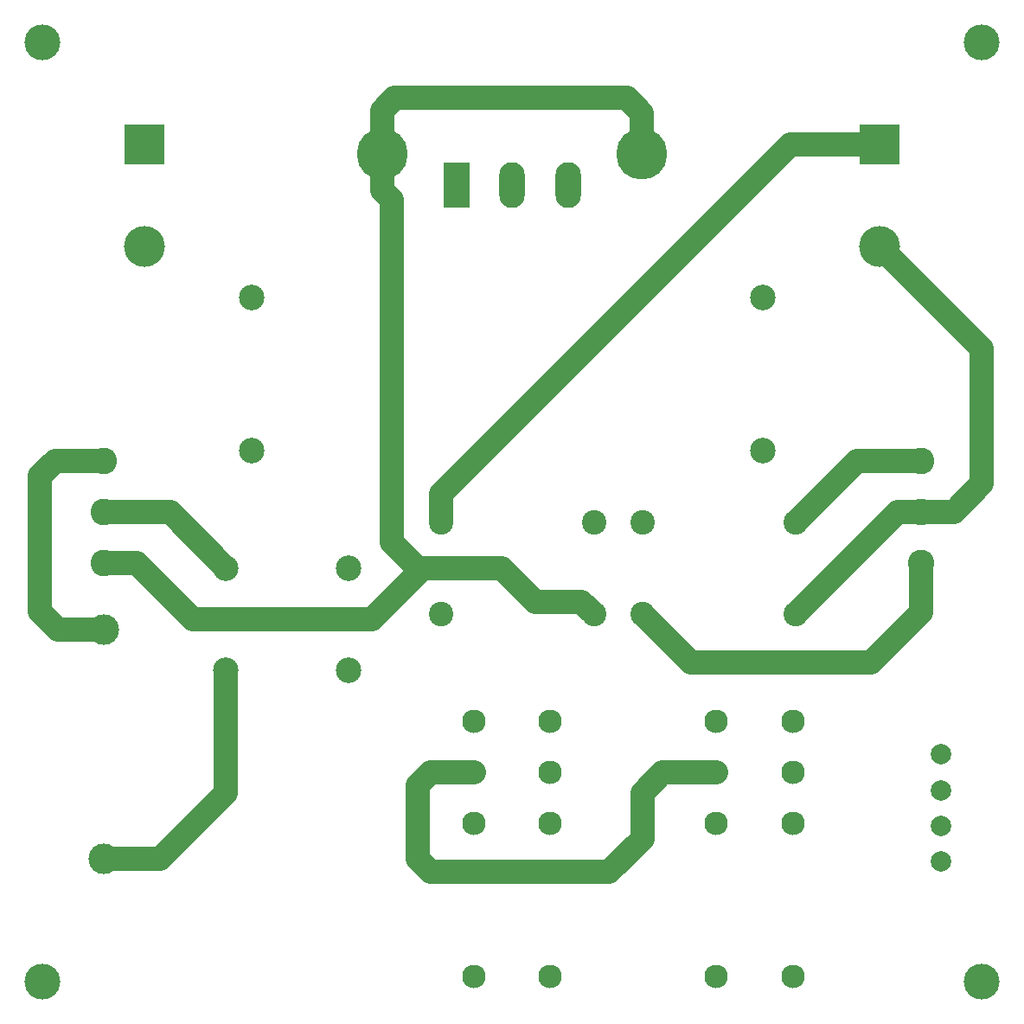
<source format=gbr>
G04 #@! TF.GenerationSoftware,KiCad,Pcbnew,5.0.2-bee76a0~70~ubuntu18.04.1*
G04 #@! TF.CreationDate,2019-01-25T00:46:31-08:00*
G04 #@! TF.ProjectId,power,706f7765-722e-46b6-9963-61645f706362,rev?*
G04 #@! TF.SameCoordinates,Original*
G04 #@! TF.FileFunction,Copper,L2,Bot*
G04 #@! TF.FilePolarity,Positive*
%FSLAX46Y46*%
G04 Gerber Fmt 4.6, Leading zero omitted, Abs format (unit mm)*
G04 Created by KiCad (PCBNEW 5.0.2-bee76a0~70~ubuntu18.04.1) date Fri 25 Jan 2019 12:46:31 AM PST*
%MOMM*%
%LPD*%
G01*
G04 APERTURE LIST*
G04 #@! TA.AperFunction,ComponentPad*
%ADD10R,2.500000X4.500000*%
G04 #@! TD*
G04 #@! TA.AperFunction,ComponentPad*
%ADD11O,2.500000X4.500000*%
G04 #@! TD*
G04 #@! TA.AperFunction,ComponentPad*
%ADD12C,3.000000*%
G04 #@! TD*
G04 #@! TA.AperFunction,ComponentPad*
%ADD13C,5.000000*%
G04 #@! TD*
G04 #@! TA.AperFunction,ComponentPad*
%ADD14C,2.300000*%
G04 #@! TD*
G04 #@! TA.AperFunction,ComponentPad*
%ADD15R,4.000000X4.000000*%
G04 #@! TD*
G04 #@! TA.AperFunction,ComponentPad*
%ADD16C,4.000000*%
G04 #@! TD*
G04 #@! TA.AperFunction,ComponentPad*
%ADD17C,2.500000*%
G04 #@! TD*
G04 #@! TA.AperFunction,ComponentPad*
%ADD18C,2.400000*%
G04 #@! TD*
G04 #@! TA.AperFunction,ComponentPad*
%ADD19C,2.600000*%
G04 #@! TD*
G04 #@! TA.AperFunction,ComponentPad*
%ADD20C,2.000000*%
G04 #@! TD*
G04 #@! TA.AperFunction,WasherPad*
%ADD21C,3.500000*%
G04 #@! TD*
G04 #@! TA.AperFunction,Conductor*
%ADD22C,2.400000*%
G04 #@! TD*
G04 APERTURE END LIST*
D10*
G04 #@! TO.P,D1001,1*
G04 #@! TO.N,/VOUT+*
X144550000Y-68000000D03*
D11*
G04 #@! TO.P,D1001,2*
G04 #@! TO.N,/DOUBLER_IN*
X150000000Y-68000000D03*
G04 #@! TO.P,D1001,3*
G04 #@! TO.N,/VOUT-*
X155450000Y-68000000D03*
G04 #@! TD*
D12*
G04 #@! TO.P,F1001,1*
G04 #@! TO.N,Net-(F1001-Pad1)*
X110000000Y-134000000D03*
G04 #@! TO.P,F1001,2*
G04 #@! TO.N,/L*
X110000000Y-111500000D03*
G04 #@! TD*
D13*
G04 #@! TO.P,HS1001,1*
G04 #@! TO.N,/G*
X137300000Y-65000000D03*
X162700000Y-65000000D03*
G04 #@! TD*
D14*
G04 #@! TO.P,K1001,1*
G04 #@! TO.N,/RELAY1_A*
X146250000Y-145500000D03*
G04 #@! TO.P,K1001,8*
G04 #@! TO.N,/RELAY1_B*
X153750000Y-145500000D03*
G04 #@! TO.P,K1001,6*
G04 #@! TO.N,/DISCHARGE*
X153750000Y-125500000D03*
G04 #@! TO.P,K1001,3*
G04 #@! TO.N,/PRECHARGE_IN*
X146250000Y-125500000D03*
G04 #@! TO.P,K1001,4*
G04 #@! TO.N,/L'*
X146250000Y-120500000D03*
G04 #@! TO.P,K1001,5*
G04 #@! TO.N,Net-(K1001-Pad5)*
X153750000Y-120500000D03*
G04 #@! TO.P,K1001,2*
G04 #@! TO.N,Net-(K1001-Pad2)*
X146250000Y-130500000D03*
G04 #@! TO.P,K1001,7*
G04 #@! TO.N,/VOUT+*
X153750000Y-130500000D03*
G04 #@! TD*
G04 #@! TO.P,K1002,7*
G04 #@! TO.N,Net-(K1002-Pad7)*
X177500000Y-130500000D03*
G04 #@! TO.P,K1002,2*
G04 #@! TO.N,/PRECHARGE*
X170000000Y-130500000D03*
G04 #@! TO.P,K1002,5*
G04 #@! TO.N,Net-(K1002-Pad5)*
X177500000Y-120500000D03*
G04 #@! TO.P,K1002,4*
G04 #@! TO.N,/DOUBLER_IN*
X170000000Y-120500000D03*
G04 #@! TO.P,K1002,3*
G04 #@! TO.N,/PRECHARGE_IN*
X170000000Y-125500000D03*
G04 #@! TO.P,K1002,6*
G04 #@! TO.N,Net-(K1002-Pad6)*
X177500000Y-125500000D03*
G04 #@! TO.P,K1002,8*
G04 #@! TO.N,/RELAY2_B*
X177500000Y-145500000D03*
G04 #@! TO.P,K1002,1*
G04 #@! TO.N,/RELAY2_A*
X170000000Y-145500000D03*
G04 #@! TD*
D15*
G04 #@! TO.P,C1001,1*
G04 #@! TO.N,/VOUT+*
X114000000Y-64000000D03*
D16*
G04 #@! TO.P,C1001,2*
G04 #@! TO.N,/N'*
X114000000Y-74000000D03*
G04 #@! TD*
G04 #@! TO.P,C1002,2*
G04 #@! TO.N,/VOUT-*
X186000000Y-74000000D03*
D15*
G04 #@! TO.P,C1002,1*
G04 #@! TO.N,/N'*
X186000000Y-64000000D03*
G04 #@! TD*
D17*
G04 #@! TO.P,FL1001,1*
G04 #@! TO.N,Net-(F1001-Pad1)*
X122000000Y-115500000D03*
G04 #@! TO.P,FL1001,2*
G04 #@! TO.N,/L'*
X134000000Y-115500000D03*
G04 #@! TO.P,FL1001,3*
G04 #@! TO.N,/N*
X122000000Y-105500000D03*
G04 #@! TO.P,FL1001,4*
G04 #@! TO.N,/N'*
X134000000Y-105500000D03*
G04 #@! TD*
D18*
G04 #@! TO.P,C1003,1*
G04 #@! TO.N,/VOUT+*
X177750000Y-101000000D03*
G04 #@! TO.P,C1003,2*
G04 #@! TO.N,/G*
X162750000Y-101000000D03*
G04 #@! TD*
G04 #@! TO.P,C1004,2*
G04 #@! TO.N,/VOUT-*
X177750000Y-110000000D03*
G04 #@! TO.P,C1004,1*
G04 #@! TO.N,/G*
X162750000Y-110000000D03*
G04 #@! TD*
D17*
G04 #@! TO.P,R1001,1*
G04 #@! TO.N,/VOUT-*
X174500000Y-79000000D03*
G04 #@! TO.P,R1001,2*
G04 #@! TO.N,/DISCHARGE*
X124500000Y-79000000D03*
G04 #@! TD*
G04 #@! TO.P,R1002,2*
G04 #@! TO.N,/PRECHARGE*
X124500000Y-94000000D03*
G04 #@! TO.P,R1002,1*
G04 #@! TO.N,/DOUBLER_IN*
X174500000Y-94000000D03*
G04 #@! TD*
D19*
G04 #@! TO.P,J1001,1*
G04 #@! TO.N,/G*
X110000000Y-105000000D03*
G04 #@! TO.P,J1001,3*
G04 #@! TO.N,/L*
X110000000Y-95000000D03*
G04 #@! TO.P,J1001,2*
G04 #@! TO.N,/N*
X110000000Y-100000000D03*
G04 #@! TD*
D20*
G04 #@! TO.P,J1002,4*
G04 #@! TO.N,/RELAY2_B*
X192000000Y-134250000D03*
G04 #@! TO.P,J1002,3*
G04 #@! TO.N,/RELAY2_A*
X192000000Y-130750000D03*
G04 #@! TO.P,J1002,2*
G04 #@! TO.N,/RELAY1_B*
X192000000Y-127250000D03*
G04 #@! TO.P,J1002,1*
G04 #@! TO.N,/RELAY1_A*
X192000000Y-123750000D03*
G04 #@! TD*
D19*
G04 #@! TO.P,J1003,2*
G04 #@! TO.N,/VOUT-*
X190000000Y-100000000D03*
G04 #@! TO.P,J1003,3*
G04 #@! TO.N,/G*
X190000000Y-105000000D03*
G04 #@! TO.P,J1003,1*
G04 #@! TO.N,/VOUT+*
X190000000Y-95000000D03*
G04 #@! TD*
D21*
G04 #@! TO.P,J1004,*
G04 #@! TO.N,*
X196000000Y-146000000D03*
G04 #@! TD*
G04 #@! TO.P,J1005,*
G04 #@! TO.N,*
X104000000Y-146000000D03*
G04 #@! TD*
G04 #@! TO.P,J1006,*
G04 #@! TO.N,*
X196000000Y-54000000D03*
G04 #@! TD*
G04 #@! TO.P,J1007,*
G04 #@! TO.N,*
X104000000Y-54000000D03*
G04 #@! TD*
D18*
G04 #@! TO.P,C1005,1*
G04 #@! TO.N,/L'*
X143000000Y-110000000D03*
G04 #@! TO.P,C1005,2*
G04 #@! TO.N,/G*
X158000000Y-110000000D03*
G04 #@! TD*
G04 #@! TO.P,C1006,2*
G04 #@! TO.N,/N'*
X143000000Y-101000000D03*
G04 #@! TO.P,C1006,1*
G04 #@! TO.N,/G*
X158000000Y-101000000D03*
G04 #@! TD*
D22*
G04 #@! TO.N,/VOUT+*
X177750000Y-101000000D02*
X183750000Y-95000000D01*
X183750000Y-95000000D02*
X190000000Y-95000000D01*
G04 #@! TO.N,/VOUT-*
X177750000Y-110000000D02*
X187750000Y-100000000D01*
X187750000Y-100000000D02*
X190000000Y-100000000D01*
X186000000Y-74000000D02*
X196000000Y-84000000D01*
X196000000Y-84000000D02*
X196000000Y-97250000D01*
X193250000Y-100000000D02*
X190000000Y-100000000D01*
X196000000Y-97250000D02*
X193250000Y-100000000D01*
G04 #@! TO.N,Net-(F1001-Pad1)*
X115500000Y-134000000D02*
X110000000Y-134000000D01*
X122000000Y-115500000D02*
X122000000Y-127500000D01*
X122000000Y-127500000D02*
X115500000Y-134000000D01*
G04 #@! TO.N,/L*
X105500000Y-111500000D02*
X110000000Y-111500000D01*
X103750000Y-109750000D02*
X105500000Y-111500000D01*
X103750000Y-96500000D02*
X103750000Y-109750000D01*
X110000000Y-95000000D02*
X105250000Y-95000000D01*
X105250000Y-95000000D02*
X103750000Y-96500000D01*
G04 #@! TO.N,/N*
X116500000Y-100000000D02*
X122000000Y-105500000D01*
X110000000Y-100000000D02*
X116500000Y-100000000D01*
G04 #@! TO.N,/G*
X190000000Y-109838477D02*
X185088477Y-114750000D01*
X167500000Y-114750000D02*
X162750000Y-110000000D01*
X185088477Y-114750000D02*
X167500000Y-114750000D01*
X156800001Y-108800001D02*
X158000000Y-110000000D01*
X149000000Y-105500000D02*
X152300001Y-108800001D01*
X141250000Y-105500000D02*
X149000000Y-105500000D01*
X152300001Y-108800001D02*
X156800001Y-108800001D01*
X162700000Y-65000000D02*
X162700000Y-60950000D01*
X162700000Y-60950000D02*
X161250000Y-59500000D01*
X161250000Y-59500000D02*
X138500000Y-59500000D01*
X137300000Y-60700000D02*
X137300000Y-65000000D01*
X138500000Y-59500000D02*
X137300000Y-60700000D01*
X137300000Y-68535533D02*
X138250000Y-69485533D01*
X137300000Y-65000000D02*
X137300000Y-68535533D01*
X138250000Y-103000000D02*
X141000000Y-105750000D01*
X138250000Y-69485533D02*
X138250000Y-103000000D01*
X141000000Y-105750000D02*
X141250000Y-105500000D01*
X136250000Y-110500000D02*
X141000000Y-105750000D01*
X118750000Y-110500000D02*
X136250000Y-110500000D01*
X110000000Y-105000000D02*
X113250000Y-105000000D01*
X113250000Y-105000000D02*
X118750000Y-110500000D01*
X190000000Y-109838477D02*
X190000000Y-105000000D01*
G04 #@! TO.N,/N'*
X186000000Y-64000000D02*
X177250000Y-64000000D01*
X177250000Y-64000000D02*
X143000000Y-98250000D01*
X143000000Y-98250000D02*
X143000000Y-101000000D01*
G04 #@! TO.N,/PRECHARGE_IN*
X146250000Y-125500000D02*
X142000000Y-125500000D01*
X142000000Y-125500000D02*
X140750000Y-126750000D01*
X140750000Y-126750000D02*
X140750000Y-134000000D01*
X140750000Y-134000000D02*
X142000000Y-135250000D01*
X142000000Y-135250000D02*
X159500000Y-135250000D01*
X159500000Y-135250000D02*
X162750000Y-132000000D01*
X162750000Y-132000000D02*
X162750000Y-127500000D01*
X162750000Y-127500000D02*
X164750000Y-125500000D01*
X164750000Y-125500000D02*
X170000000Y-125500000D01*
G04 #@! TD*
M02*

</source>
